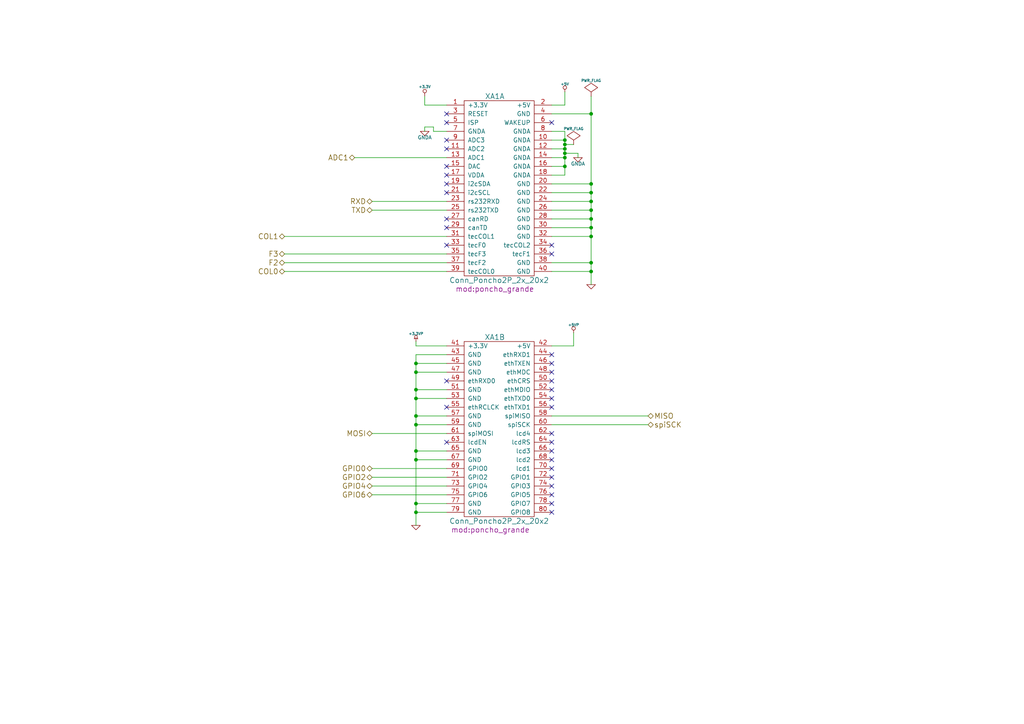
<source format=kicad_sch>
(kicad_sch (version 20211123) (generator eeschema)
  (paper "A4")
  (title_block (title "Datalogger para SCTV") (date "2023-10-20") (rev "1.0") (company "Servicio Meteorológico Nacional - FIUBA - UBA") (comment 1 "poner repo") (comment 2 "Autores y Licencia del poncho: Cristian Aranda (FIUBA), ver archivo licence.txt") (comment 3 "Autor del poncho: Cristian Zozimo Aranda Cordero.  Ver directorio \"doc\"") (comment 4 "CÓDIGO PONCHO: DT1"))
  (lib_symbols
    (symbol "Misc_Poncho_Grande:+3.3V" (power) (pin_names (offset 0))
      (property "Value" "+3.3V" (at 0 2.794 0))
      (symbol "+3.3V_0_0"
        (pin power_in line (at 0 0 90) (length 0) hide (name "+3.3V") (number "1"))
      )
      (symbol "+3.3V_0_1"
        (polyline (pts (xy 0 0) (xy 0 1.016) (xy 0 1.016)))
        (circle (center 0 1.524) (radius 0.508))
      )
    )
    (symbol "Misc_Poncho_Grande:+3.3VP" (power) (pin_names (offset 0))
      (property "Value" "+3.3VP" (at 0 2.286 0))
      (symbol "+3.3VP_0_0"
        (pin power_in line (at 0 0 90) (length 0) hide (name "+3.3VP") (number "1"))
      )
      (symbol "+3.3VP_0_1"
        (polyline (pts (xy 0 0) (xy 0 1.016) (xy 0 1.016)))
        (polyline (pts (xy 0.508 0.762) (xy 0 1.016) (xy -0.508 0.762) (xy -0.254 1.778) (xy 0.254 1.778) (xy 0.508 0.762) (xy 0.508 0.762)))
      )
    )
    (symbol "Misc_Poncho_Grande:+5V" (power) (pin_names (offset 1.016))
      (property "Value" "+5V" (at 0 2.286 0))
      (symbol "+5V_0_0"
        (pin power_in line (at 0 0 90) (length 0) hide (name "+5V") (number "1"))
      )
      (symbol "+5V_0_1"
        (polyline (pts (xy 0 0) (xy 0 0.762) (xy 0 0.762) (xy 0 0.762)))
        (circle (center 0 1.27) (radius 0.508))
      )
    )
    (symbol "Misc_Poncho_Grande:+5VP" (power) (pin_names (offset 1.016))
      (property "Value" "+5VP" (at 0 2.286 0))
      (symbol "+5VP_0_0"
        (pin power_in line (at 0 0 90) (length 0) hide (name "+5VP") (number "1"))
      )
      (symbol "+5VP_0_1"
        (polyline (pts (xy 0 0) (xy 0 0.762) (xy 0 0.762) (xy 0 0.762)))
        (circle (center 0 1.27) (radius 0.508))
      )
    )
    (symbol "Misc_Poncho_Grande:GND" (power) (pin_names (offset 0))
      (symbol "GND_0_1"
        (polyline (pts (xy -1.27 0) (xy 0 -1.27) (xy 1.27 0) (xy -1.27 0)))
      )
      (symbol "GND_1_1"
        (pin power_in line (at 0 0 90) (length 0) hide (name "GND") (number "1"))
      )
    )
    (symbol "Misc_Poncho_Grande:GNDA" (power) (pin_names (offset 0))
      (property "Value" "GNDA" (at 0 -1.778 0))
      (symbol "GNDA_0_1"
        (polyline (pts (xy -1.27 0) (xy 0 -1.27) (xy 1.27 0) (xy -1.27 0)))
      )
      (symbol "GNDA_1_1"
        (pin power_in line (at 0 0 90) (length 0) hide (name "GNDA") (number "1"))
      )
    )
    (symbol "Misc_Poncho_Grande:PWR_FLAG" (power) (pin_numbers hide) (pin_names (offset 0) hide)
      (property "Value" "PWR_FLAG" (at 0 4.572 0))
      (symbol "PWR_FLAG_0_0"
        (pin power_out line (at 0 0 90) (length 0) (name "pwr") (number "1"))
      )
      (symbol "PWR_FLAG_0_1"
        (polyline (pts (xy 0 0) (xy 0 1.27) (xy -1.905 2.54) (xy 0 3.81) (xy 1.905 2.54) (xy 0 1.27)))
      )
    )
    (symbol "Poncho_Esqueleto:Conn_Poncho2P_2x_20x2" (pin_names (offset 1.016))
      (property "Reference" "XA" (at 7.62 10.16 0))
      (property "Value" "Conn_Poncho2P_2x_20x2" (at 8.89 -43.18 0))
      (symbol "Conn_Poncho2P_2x_20x2_0_1"
        (rectangle (start -1.27 8.89) (end 19.05 -41.91))
      )
      (symbol "Conn_Poncho2P_2x_20x2_1_1"
        (pin power_out line (at -6.35 7.62 0) (length 5.08) (name "+3.3V") (number "1"))
        (pin passive line (at 24.13 -2.54 180) (length 5.08) (name "GNDA") (number "10"))
        (pin passive line (at -6.35 -5.08 0) (length 5.08) (name "ADC2") (number "11"))
        (pin passive line (at 24.13 -5.08 180) (length 5.08) (name "GNDA") (number "12"))
        (pin passive line (at -6.35 -7.62 0) (length 5.08) (name "ADC1") (number "13"))
        (pin passive line (at 24.13 -7.62 180) (length 5.08) (name "GNDA") (number "14"))
        (pin passive line (at -6.35 -10.16 0) (length 5.08) (name "DAC") (number "15"))
        (pin passive line (at 24.13 -10.16 180) (length 5.08) (name "GNDA") (number "16"))
        (pin power_out line (at -6.35 -12.7 0) (length 5.08) (name "VDDA") (number "17"))
        (pin passive line (at 24.13 -12.7 180) (length 5.08) (name "GNDA") (number "18"))
        (pin passive line (at -6.35 -15.24 0) (length 5.08) (name "i2cSDA") (number "19"))
        (pin power_out line (at 24.13 7.62 180) (length 5.08) (name "+5V") (number "2"))
        (pin passive line (at 24.13 -15.24 180) (length 5.08) (name "GND") (number "20"))
        (pin passive line (at -6.35 -17.78 0) (length 5.08) (name "i2cSCL") (number "21"))
        (pin passive line (at 24.13 -17.78 180) (length 5.08) (name "GND") (number "22"))
        (pin passive line (at -6.35 -20.32 0) (length 5.08) (name "rs232RXD") (number "23"))
        (pin passive line (at 24.13 -20.32 180) (length 5.08) (name "GND") (number "24"))
        (pin passive line (at -6.35 -22.86 0) (length 5.08) (name "rs232TXD") (number "25"))
        (pin passive line (at 24.13 -22.86 180) (length 5.08) (name "GND") (number "26"))
        (pin passive line (at -6.35 -25.4 0) (length 5.08) (name "canRD") (number "27"))
        (pin passive line (at 24.13 -25.4 180) (length 5.08) (name "GND") (number "28"))
        (pin passive line (at -6.35 -27.94 0) (length 5.08) (name "canTD") (number "29"))
        (pin input line (at -6.35 5.08 0) (length 5.08) (name "RESET") (number "3"))
        (pin passive line (at 24.13 -27.94 180) (length 5.08) (name "GND") (number "30"))
        (pin passive line (at -6.35 -30.48 0) (length 5.08) (name "tecCOL1") (number "31"))
        (pin passive line (at 24.13 -30.48 180) (length 5.08) (name "GND") (number "32"))
        (pin passive line (at -6.35 -33.02 0) (length 5.08) (name "tecF0") (number "33"))
        (pin passive line (at 24.13 -33.02 180) (length 5.08) (name "tecCOL2") (number "34"))
        (pin passive line (at -6.35 -35.56 0) (length 5.08) (name "tecF3") (number "35"))
        (pin passive line (at 24.13 -35.56 180) (length 5.08) (name "tecF1") (number "36"))
        (pin passive line (at -6.35 -38.1 0) (length 5.08) (name "tecF2") (number "37"))
        (pin passive line (at 24.13 -38.1 180) (length 5.08) (name "GND") (number "38"))
        (pin passive line (at -6.35 -40.64 0) (length 5.08) (name "tecCOL0") (number "39"))
        (pin passive line (at 24.13 5.08 180) (length 5.08) (name "GND") (number "4"))
        (pin passive line (at 24.13 -40.64 180) (length 5.08) (name "GND") (number "40"))
        (pin passive line (at -6.35 2.54 0) (length 5.08) (name "ISP") (number "5"))
        (pin input line (at 24.13 2.54 180) (length 5.08) (name "WAKEUP") (number "6"))
        (pin passive line (at -6.35 0 0) (length 5.08) (name "GNDA") (number "7"))
        (pin passive line (at 24.13 0 180) (length 5.08) (name "GNDA") (number "8"))
        (pin passive line (at -6.35 -2.54 0) (length 5.08) (name "ADC3") (number "9"))
      )
      (symbol "Conn_Poncho2P_2x_20x2_2_1"
        (pin power_out line (at -6.35 7.62 0) (length 5.08) (name "+3.3V") (number "41"))
        (pin power_out line (at 24.13 7.62 180) (length 5.08) (name "+5V") (number "42"))
        (pin passive line (at -6.35 5.08 0) (length 5.08) (name "GND") (number "43"))
        (pin passive line (at 24.13 5.08 180) (length 5.08) (name "ethRXD1") (number "44"))
        (pin passive line (at -6.35 2.54 0) (length 5.08) (name "GND") (number "45"))
        (pin passive line (at 24.13 2.54 180) (length 5.08) (name "ethTXEN") (number "46"))
        (pin passive line (at -6.35 0 0) (length 5.08) (name "GND") (number "47"))
        (pin passive line (at 24.13 0 180) (length 5.08) (name "ethMDC") (number "48"))
        (pin passive line (at -6.35 -2.54 0) (length 5.08) (name "ethRXD0") (number "49"))
        (pin passive line (at 24.13 -2.54 180) (length 5.08) (name "ethCRS") (number "50"))
        (pin passive line (at -6.35 -5.08 0) (length 5.08) (name "GND") (number "51"))
        (pin passive line (at 24.13 -5.08 180) (length 5.08) (name "ethMDIO") (number "52"))
        (pin passive line (at -6.35 -7.62 0) (length 5.08) (name "GND") (number "53"))
        (pin passive line (at 24.13 -7.62 180) (length 5.08) (name "ethTXD0") (number "54"))
        (pin passive line (at -6.35 -10.16 0) (length 5.08) (name "ethRCLCK") (number "55"))
        (pin passive line (at 24.13 -10.16 180) (length 5.08) (name "ethTXD1") (number "56"))
        (pin passive line (at -6.35 -12.7 0) (length 5.08) (name "GND") (number "57"))
        (pin passive line (at 24.13 -12.7 180) (length 5.08) (name "spiMISO") (number "58"))
        (pin passive line (at -6.35 -15.24 0) (length 5.08) (name "GND") (number "59"))
        (pin passive line (at 24.13 -15.24 180) (length 5.08) (name "spiSCK") (number "60"))
        (pin passive line (at -6.35 -17.78 0) (length 5.08) (name "spiMOSI") (number "61"))
        (pin passive line (at 24.13 -17.78 180) (length 5.08) (name "lcd4") (number "62"))
        (pin passive line (at -6.35 -20.32 0) (length 5.08) (name "lcdEN") (number "63"))
        (pin passive line (at 24.13 -20.32 180) (length 5.08) (name "lcdRS") (number "64"))
        (pin passive line (at -6.35 -22.86 0) (length 5.08) (name "GND") (number "65"))
        (pin passive line (at 24.13 -22.86 180) (length 5.08) (name "lcd3") (number "66"))
        (pin passive line (at -6.35 -25.4 0) (length 5.08) (name "GND") (number "67"))
        (pin passive line (at 24.13 -25.4 180) (length 5.08) (name "lcd2") (number "68"))
        (pin passive line (at -6.35 -27.94 0) (length 5.08) (name "GPIO0") (number "69"))
        (pin passive line (at 24.13 -27.94 180) (length 5.08) (name "lcd1") (number "70"))
        (pin passive line (at -6.35 -30.48 0) (length 5.08) (name "GPIO2") (number "71"))
        (pin passive line (at 24.13 -30.48 180) (length 5.08) (name "GPIO1") (number "72"))
        (pin passive line (at -6.35 -33.02 0) (length 5.08) (name "GPIO4") (number "73"))
        (pin passive line (at 24.13 -33.02 180) (length 5.08) (name "GPIO3") (number "74"))
        (pin passive line (at -6.35 -35.56 0) (length 5.08) (name "GPIO6") (number "75"))
        (pin passive line (at 24.13 -35.56 180) (length 5.08) (name "GPIO5") (number "76"))
        (pin passive line (at -6.35 -38.1 0) (length 5.08) (name "GND") (number "77"))
        (pin passive line (at 24.13 -38.1 180) (length 5.08) (name "GPIO7") (number "78"))
        (pin passive line (at -6.35 -40.64 0) (length 5.08) (name "GND") (number "79"))
        (pin passive line (at 24.13 -40.64 180) (length 5.08) (name "GPIO8") (number "80"))
      )
    )
  )
  (junction (at 171.45 66.04))
  (junction (at 120.65 115.57))
  (junction (at 163.83 48.26))
  (junction (at 120.65 107.95))
  (junction (at 171.45 55.88))
  (junction (at 171.45 33.02))
  (junction (at 163.83 45.72))
  (junction (at 120.65 120.65))
  (junction (at 120.65 105.41))
  (junction (at 171.45 60.96))
  (junction (at 171.45 76.2))
  (junction (at 120.65 113.03))
  (junction (at 171.45 53.34))
  (junction (at 171.45 58.42))
  (junction (at 120.65 133.35))
  (junction (at 120.65 123.19))
  (junction (at 163.83 40.64))
  (junction (at 171.45 63.5))
  (junction (at 120.65 146.05))
  (junction (at 163.83 43.18))
  (junction (at 171.45 78.74))
  (junction (at 163.83 41.91))
  (junction (at 163.83 44.45))
  (junction (at 171.45 68.58))
  (junction (at 120.65 148.59))
  (junction (at 120.65 130.81))
  (no_connect (at 160.02 125.73))
  (no_connect (at 160.02 128.27))
  (no_connect (at 160.02 105.41))
  (no_connect (at 160.02 35.56))
  (no_connect (at 129.54 128.27))
  (no_connect (at 160.02 135.89))
  (no_connect (at 160.02 113.03))
  (no_connect (at 160.02 140.97))
  (no_connect (at 129.54 110.49))
  (no_connect (at 129.54 66.04))
  (no_connect (at 129.54 40.64))
  (no_connect (at 160.02 107.95))
  (no_connect (at 129.54 48.26))
  (no_connect (at 129.54 71.12))
  (no_connect (at 129.54 63.5))
  (no_connect (at 160.02 130.81))
  (no_connect (at 160.02 146.05))
  (no_connect (at 160.02 143.51))
  (no_connect (at 160.02 148.59))
  (no_connect (at 160.02 71.12))
  (no_connect (at 129.54 50.8))
  (no_connect (at 129.54 35.56))
  (no_connect (at 160.02 138.43))
  (no_connect (at 160.02 110.49))
  (no_connect (at 129.54 43.18))
  (no_connect (at 129.54 53.34))
  (no_connect (at 160.02 133.35))
  (no_connect (at 129.54 118.11))
  (no_connect (at 160.02 73.66))
  (no_connect (at 160.02 115.57))
  (no_connect (at 129.54 55.88))
  (no_connect (at 129.54 33.02))
  (no_connect (at 160.02 118.11))
  (no_connect (at 160.02 102.87))
  (wire (pts (xy 163.83 38.1) (xy 163.83 40.64)))
  (wire (pts (xy 120.65 120.65) (xy 120.65 123.19)))
  (wire (pts (xy 171.45 53.34) (xy 171.45 55.88)))
  (wire (pts (xy 163.83 48.26) (xy 163.83 50.8)))
  (wire (pts (xy 107.95 135.89) (xy 129.54 135.89)))
  (wire (pts (xy 160.02 78.74) (xy 171.45 78.74)))
  (wire (pts (xy 129.54 146.05) (xy 120.65 146.05)))
  (wire (pts (xy 120.65 123.19) (xy 120.65 130.81)))
  (wire (pts (xy 129.54 123.19) (xy 120.65 123.19)))
  (wire (pts (xy 160.02 60.96) (xy 171.45 60.96)))
  (wire (pts (xy 171.45 76.2) (xy 171.45 78.74)))
  (wire (pts (xy 163.83 26.67) (xy 163.83 30.48)))
  (wire (pts (xy 171.45 68.58) (xy 171.45 76.2)))
  (wire (pts (xy 160.02 55.88) (xy 171.45 55.88)))
  (wire (pts (xy 129.54 133.35) (xy 120.65 133.35)))
  (wire (pts (xy 160.02 43.18) (xy 163.83 43.18)))
  (wire (pts (xy 163.83 45.72) (xy 163.83 48.26)))
  (wire (pts (xy 167.64 45.72) (xy 167.64 44.45)))
  (wire (pts (xy 160.02 68.58) (xy 171.45 68.58)))
  (wire (pts (xy 160.02 53.34) (xy 171.45 53.34)))
  (wire (pts (xy 160.02 40.64) (xy 163.83 40.64)))
  (wire (pts (xy 129.54 38.1) (xy 125.73 38.1)))
  (wire (pts (xy 163.83 48.26) (xy 160.02 48.26)))
  (wire (pts (xy 125.73 36.83) (xy 125.73 38.1)))
  (wire (pts (xy 129.54 30.48) (xy 123.19 30.48)))
  (wire (pts (xy 160.02 76.2) (xy 171.45 76.2)))
  (wire (pts (xy 166.37 41.91) (xy 163.83 41.91)))
  (wire (pts (xy 120.65 102.87) (xy 129.54 102.87)))
  (wire (pts (xy 120.65 133.35) (xy 120.65 146.05)))
  (wire (pts (xy 163.83 41.91) (xy 163.83 43.18)))
  (wire (pts (xy 171.45 78.74) (xy 171.45 82.55)))
  (wire (pts (xy 160.02 66.04) (xy 171.45 66.04)))
  (wire (pts (xy 107.95 60.96) (xy 129.54 60.96)))
  (wire (pts (xy 129.54 125.73) (xy 107.95 125.73)))
  (wire (pts (xy 171.45 27.94) (xy 171.45 33.02)))
  (wire (pts (xy 171.45 63.5) (xy 171.45 66.04)))
  (wire (pts (xy 160.02 123.19) (xy 187.96 123.19)))
  (wire (pts (xy 120.65 105.41) (xy 120.65 107.95)))
  (wire (pts (xy 120.65 102.87) (xy 120.65 105.41)))
  (wire (pts (xy 171.45 33.02) (xy 171.45 53.34)))
  (wire (pts (xy 163.83 30.48) (xy 160.02 30.48)))
  (wire (pts (xy 120.65 100.33) (xy 120.65 99.06)))
  (wire (pts (xy 107.95 138.43) (xy 129.54 138.43)))
  (wire (pts (xy 167.64 44.45) (xy 163.83 44.45)))
  (wire (pts (xy 129.54 78.74) (xy 82.55 78.74)))
  (wire (pts (xy 120.65 113.03) (xy 120.65 115.57)))
  (wire (pts (xy 129.54 73.66) (xy 82.55 73.66)))
  (wire (pts (xy 163.83 45.72) (xy 160.02 45.72)))
  (wire (pts (xy 123.19 38.1) (xy 123.19 36.83)))
  (wire (pts (xy 171.45 55.88) (xy 171.45 58.42)))
  (wire (pts (xy 163.83 44.45) (xy 163.83 45.72)))
  (wire (pts (xy 123.19 30.48) (xy 123.19 27.94)))
  (wire (pts (xy 166.37 96.52) (xy 166.37 100.33)))
  (wire (pts (xy 129.54 45.72) (xy 102.87 45.72)))
  (wire (pts (xy 129.54 68.58) (xy 82.55 68.58)))
  (wire (pts (xy 171.45 66.04) (xy 171.45 68.58)))
  (wire (pts (xy 107.95 140.97) (xy 129.54 140.97)))
  (wire (pts (xy 129.54 130.81) (xy 120.65 130.81)))
  (wire (pts (xy 120.65 148.59) (xy 129.54 148.59)))
  (wire (pts (xy 129.54 107.95) (xy 120.65 107.95)))
  (wire (pts (xy 171.45 60.96) (xy 171.45 63.5)))
  (wire (pts (xy 129.54 120.65) (xy 120.65 120.65)))
  (wire (pts (xy 129.54 76.2) (xy 82.55 76.2)))
  (wire (pts (xy 171.45 58.42) (xy 171.45 60.96)))
  (wire (pts (xy 129.54 113.03) (xy 120.65 113.03)))
  (wire (pts (xy 163.83 43.18) (xy 163.83 44.45)))
  (wire (pts (xy 166.37 100.33) (xy 160.02 100.33)))
  (wire (pts (xy 160.02 58.42) (xy 171.45 58.42)))
  (wire (pts (xy 120.65 146.05) (xy 120.65 148.59)))
  (wire (pts (xy 120.65 107.95) (xy 120.65 113.03)))
  (wire (pts (xy 120.65 148.59) (xy 120.65 152.4)))
  (wire (pts (xy 120.65 115.57) (xy 120.65 120.65)))
  (wire (pts (xy 163.83 50.8) (xy 160.02 50.8)))
  (wire (pts (xy 120.65 130.81) (xy 120.65 133.35)))
  (wire (pts (xy 129.54 58.42) (xy 107.95 58.42)))
  (wire (pts (xy 129.54 100.33) (xy 120.65 100.33)))
  (wire (pts (xy 107.95 143.51) (xy 129.54 143.51)))
  (wire (pts (xy 123.19 36.83) (xy 125.73 36.83)))
  (wire (pts (xy 160.02 63.5) (xy 171.45 63.5)))
  (wire (pts (xy 171.45 33.02) (xy 160.02 33.02)))
  (wire (pts (xy 163.83 40.64) (xy 163.83 41.91)))
  (wire (pts (xy 129.54 105.41) (xy 120.65 105.41)))
  (wire (pts (xy 129.54 115.57) (xy 120.65 115.57)))
  (wire (pts (xy 160.02 38.1) (xy 163.83 38.1)))
  (wire (pts (xy 160.02 120.65) (xy 187.96 120.65)))
  (hierarchical_label "GPIO6" (shape bidirectional) (at 107.95 143.51 180) (effects (font (size 1.524 1.524))))
  (hierarchical_label "COL0" (shape bidirectional) (at 82.55 78.74 180) (effects (font (size 1.524 1.524))))
  (hierarchical_label "RXD" (shape bidirectional) (at 107.95 58.42 180) (effects (font (size 1.524 1.524))))
  (hierarchical_label "TXD" (shape bidirectional) (at 107.95 60.96 180) (effects (font (size 1.524 1.524))))
  (hierarchical_label "COL1" (shape bidirectional) (at 82.55 68.58 180) (effects (font (size 1.524 1.524))))
  (hierarchical_label "GPIO2" (shape bidirectional) (at 107.95 138.43 180) (effects (font (size 1.524 1.524))))
  (hierarchical_label "MOSI" (shape bidirectional) (at 107.95 125.73 180) (effects (font (size 1.524 1.524))))
  (hierarchical_label "spiSCK" (shape bidirectional) (at 187.96 123.19 0) (effects (font (size 1.524 1.524))))
  (hierarchical_label "GPIO4" (shape bidirectional) (at 107.95 140.97 180) (effects (font (size 1.524 1.524))))
  (hierarchical_label "MISO" (shape bidirectional) (at 187.96 120.65 0) (effects (font (size 1.524 1.524))))
  (hierarchical_label "ADC1" (shape bidirectional) (at 102.87 45.72 180) (effects (font (size 1.524 1.524))))
  (hierarchical_label "GPIO0" (shape bidirectional) (at 107.95 135.89 180) (effects (font (size 1.524 1.524))))
  (hierarchical_label "F2" (shape bidirectional) (at 82.55 76.2 180) (effects (font (size 1.524 1.524))))
  (hierarchical_label "F3" (shape bidirectional) (at 82.55 73.66 180) (effects (font (size 1.524 1.524))))
  (symbol (lib_id "Misc_Poncho_Grande:+3.3V") (at 123.19 27.94 0) (unit 1)
    (property "Reference" "#PWR04" (effects hide))
    (property "Value" "+3.3V" (at 123.19 25.146 0) (effects (font (size 0.762 0.762))))
  )
  (symbol (lib_id "Misc_Poncho_Grande:GND") (at 171.45 82.55 0) (unit 1)
    (property "Reference" "#PWR09" (effects hide))
    (property "Value" "GND" (effects hide))
  )
  (symbol (lib_id "Misc_Poncho_Grande:GNDA") (at 167.64 45.72 0) (unit 1)
    (property "Reference" "#PWR08" (effects hide))
    (property "Value" "GNDA" (at 167.64 47.498 0) (effects (font (size 1.016 1.016))))
  )
  (symbol (lib_id "Misc_Poncho_Grande:GND") (at 120.65 152.4 0) (unit 1)
    (property "Reference" "#PWR03" (effects hide))
    (property "Value" "GND" (effects hide))
  )
  (symbol (lib_id "Misc_Poncho_Grande:+3.3VP") (at 120.65 99.06 0) (unit 1)
    (property "Reference" "#PWR02" (effects hide))
    (property "Value" "+3.3VP" (at 120.65 96.774 0) (effects (font (size 0.762 0.762))))
  )
  (symbol (lib_id "Misc_Poncho_Grande:GNDA") (at 123.19 38.1 0) (unit 1)
    (property "Reference" "#PWR05" (effects hide))
    (property "Value" "GNDA" (at 123.19 39.878 0) (effects (font (size 1.016 1.016))))
  )
  (symbol (lib_id "Misc_Poncho_Grande:PWR_FLAG") (at 171.45 27.94 0) (unit 1)
    (property "Reference" "#FLG02" (effects hide))
    (property "Value" "PWR_FLAG" (at 171.45 23.368 0) (effects (font (size 0.762 0.762))))
  )
  (symbol (lib_id "Misc_Poncho_Grande:PWR_FLAG") (at 166.37 41.91 0) (unit 1)
    (property "Reference" "#FLG01" (effects hide))
    (property "Value" "PWR_FLAG" (at 166.37 37.338 0) (effects (font (size 0.762 0.762))))
  )
  (symbol (lib_id "Misc_Poncho_Grande:+5V") (at 163.83 26.67 0) (unit 1)
    (property "Reference" "#PWR06" (effects hide))
    (property "Value" "+5V" (at 163.83 24.384 0) (effects (font (size 0.762 0.762))))
  )
  (symbol (lib_id "Poncho_Esqueleto:Conn_Poncho2P_2x_20x2") (at 135.89 107.95 0) (unit 2)
    (property "Reference" "XA1" (at 143.51 97.79 0) (effects (font (size 1.524 1.524))))
    (property "Value" "Conn_Poncho2P_2x_20x2" (at 144.78 151.13 0) (effects (font (size 1.524 1.524))))
    (property "Footprint" "mod:poncho_grande" (at 142.24 153.67 0) (effects (font (size 1.524 1.524))))
  )
  (symbol (lib_id "Poncho_Esqueleto:Conn_Poncho2P_2x_20x2") (at 135.89 38.1 0) (unit 1)
    (property "Reference" "XA1" (at 143.51 27.94 0) (effects (font (size 1.524 1.524))))
    (property "Value" "Conn_Poncho2P_2x_20x2" (at 144.78 81.28 0) (effects (font (size 1.524 1.524))))
    (property "Footprint" "mod:poncho_grande" (at 143.51 83.82 0) (effects (font (size 1.524 1.524))))
  )
  (symbol (lib_id "Misc_Poncho_Grande:+5VP") (at 166.37 96.52 0) (unit 1)
    (property "Reference" "#PWR07" (effects hide))
    (property "Value" "+5VP" (at 166.37 94.234 0) (effects (font (size 0.762 0.762))))
  )
)
</source>
